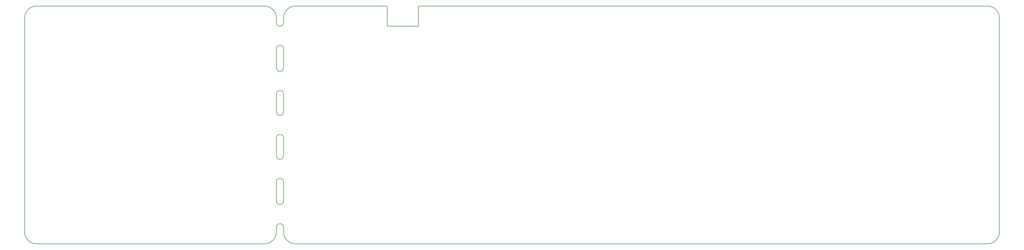
<source format=gbr>
G04 #@! TF.GenerationSoftware,KiCad,Pcbnew,(5.1.2-1)-1*
G04 #@! TF.CreationDate,2020-05-24T08:14:27-05:00*
G04 #@! TF.ProjectId,therick48.16SP_bottom_plate,74686572-6963-46b3-9438-2e313653505f,rev?*
G04 #@! TF.SameCoordinates,Original*
G04 #@! TF.FileFunction,Profile,NP*
%FSLAX46Y46*%
G04 Gerber Fmt 4.6, Leading zero omitted, Abs format (unit mm)*
G04 Created by KiCad (PCBNEW (5.1.2-1)-1) date 2020-05-24 08:14:27*
%MOMM*%
%LPD*%
G04 APERTURE LIST*
%ADD10C,0.150000*%
G04 APERTURE END LIST*
D10*
X67259991Y-116660000D02*
G75*
G02X63459991Y-112860000I0J3800000D01*
G01*
X63459991Y-44460000D02*
G75*
G02X67259991Y-40660000I3800000J0D01*
G01*
X63459991Y-112860000D02*
X63459991Y-44460000D01*
X143640000Y-111340000D02*
G75*
G02X145920000Y-111340000I1140000J0D01*
G01*
X145920000Y-102980000D02*
G75*
G02X143640000Y-102980000I-1140000J0D01*
G01*
X143640000Y-96900000D02*
G75*
G02X145920000Y-96900000I1140000J0D01*
G01*
X145920000Y-88540000D02*
G75*
G02X143640000Y-88540000I-1140000J0D01*
G01*
X143640000Y-82840000D02*
G75*
G02X145920000Y-82840000I1140000J0D01*
G01*
X145920000Y-74480000D02*
G75*
G02X143640000Y-74480000I-1140000J0D01*
G01*
X143640000Y-68780000D02*
G75*
G02X145920000Y-68780000I1140000J0D01*
G01*
X145920000Y-60420000D02*
G75*
G02X143640000Y-60420000I-1140000J0D01*
G01*
X143640000Y-54340000D02*
G75*
G02X145920000Y-54340000I1140000J0D01*
G01*
X145920000Y-45980000D02*
G75*
G02X143640000Y-45980000I-1140000J0D01*
G01*
X145920000Y-68780000D02*
X145920000Y-74480000D01*
X143640000Y-68780000D02*
X143640000Y-74480000D01*
X145920000Y-54340000D02*
X145920000Y-60420000D01*
X143640000Y-54340000D02*
X143640000Y-60420000D01*
X143640000Y-44460000D02*
X143640000Y-45980000D01*
X145920000Y-44460000D02*
X145920000Y-45980000D01*
X145920000Y-96900000D02*
X145920000Y-102980000D01*
X143640000Y-96900000D02*
X143640000Y-102980000D01*
X145920000Y-82840000D02*
X145920000Y-88540000D01*
X143640000Y-82840000D02*
X143640000Y-88540000D01*
X145920000Y-111340000D02*
X145920000Y-112860000D01*
X143640000Y-111340000D02*
X143640000Y-112860000D01*
X139840000Y-40660000D02*
X67259991Y-40660000D01*
X373920000Y-112860000D02*
X373920000Y-44460000D01*
X67259991Y-116660000D02*
X139840000Y-116660000D01*
X139840000Y-40660000D02*
G75*
G02X143640000Y-44460000I0J-3800000D01*
G01*
X143640000Y-112860000D02*
G75*
G02X139840000Y-116660000I-3800000J0D01*
G01*
X188860000Y-47119876D02*
X188860000Y-40660000D01*
X178979529Y-47119876D02*
X188859529Y-47119876D01*
X178980000Y-40660000D02*
X178980000Y-47119876D01*
X149720000Y-116660000D02*
X370120000Y-116660000D01*
X149720000Y-40660000D02*
X178980000Y-40660000D01*
X370120000Y-40660000D02*
X188860000Y-40660000D01*
X370120000Y-40660000D02*
G75*
G02X373920000Y-44460000I0J-3800000D01*
G01*
X373920000Y-112860000D02*
G75*
G02X370120000Y-116660000I-3800000J0D01*
G01*
X149720000Y-116660000D02*
G75*
G02X145920000Y-112860000I0J3800000D01*
G01*
X145920000Y-44460000D02*
G75*
G02X149720000Y-40660000I3800000J0D01*
G01*
M02*

</source>
